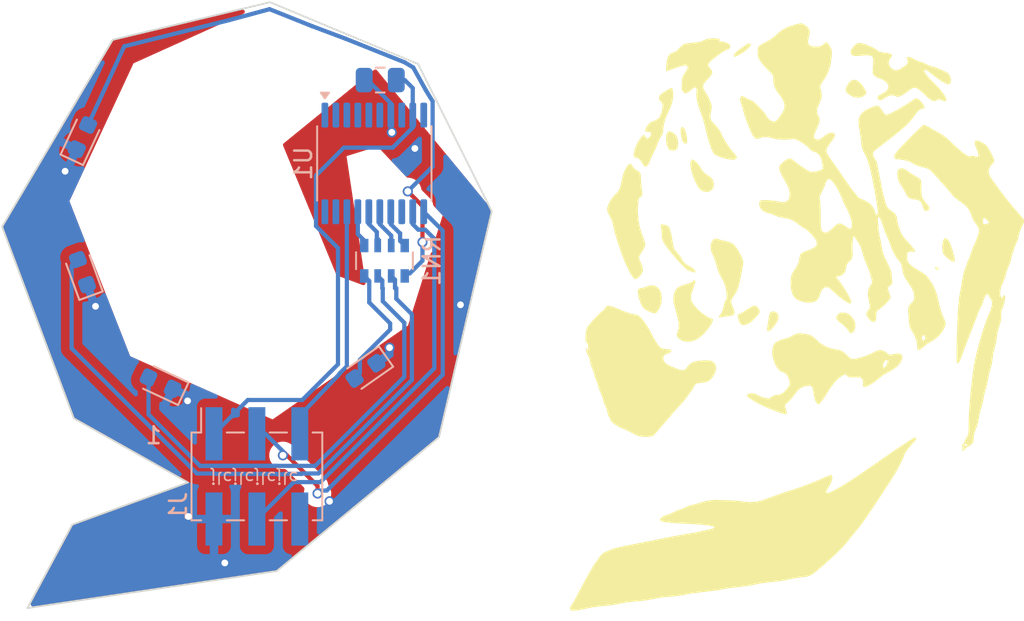
<source format=kicad_pcb>
(kicad_pcb (version 20241229) (generator "pcbnew") (generator_version "9.0")
  (layers (0 "F.Cu" signal) (2 "B.Cu" signal) (13 "F.Paste" user) (15 "B.Paste" user) (5 "F.SilkS" user "F.Silkscreen") (7 "B.SilkS" user "B.Silkscreen") (1 "F.Mask" user) (3 "B.Mask" user) (25 "Edge.Cuts" user))
  (net 0 "")
  (net 1 "VCC")
  (net 2 "VSS")
  (net 3 "Net-(D2-A)")
  (net 4 "Net-(D4-A)")
  (net 5 "Net-(D6-A)")
  (net 6 "Net-(D8-A)")
  (net 7 "SDA")
  (net 8 "SWIO")
  (net 9 "SCL")
  (net 11 "B")
  (net 12 "A")
  (net 13 "D")
  (net 14 "C")
  (footprint "LOGO" (layer "F.Cu") (at 112.14 93.7)
    (property "Reference" "G***" (hide yes))
    (property "Value" "LOGO" (hide yes))
  )
  (footprint "LOGO" (layer "F.Cu") (at 112.14 93.7)
    (property "Reference" "G***" (hide yes))
    (property "Value" "LOGO" (hide yes))
  )
  (footprint "LOGO" (layer "F.Cu") (at 143.85 94.15)
    (property "Reference" "G***" (hide yes))
    (property "Value" "LOGO" (hide yes))
  )
  (footprint "Connector_PinHeader_2.54mm:PinHeader_2x03_P2.54mm_Vertical_SMD" (layer "B.Cu") (at 113.2 103.675 -90)
    (property "Reference" "J1" (at 1.775 4.66 90) (layer "B.SilkS") (effects (justify mirror)))
    (property "Value" "Conn_02x03_Odd_Even")
    (pad "1" smd rect (at -2.525 2.54 270) (size 3.15 1) (layers "B.Cu" "B.Mask" "B.Paste") (net 1 "VCC"))
    (pad "2" smd rect (at 2.525 2.54 270) (size 3.15 1) (layers "B.Cu" "B.Mask" "B.Paste") (net 2 "VSS"))
    (pad "3" smd rect (at -2.525 0 270) (size 3.15 1) (layers "B.Cu" "B.Mask" "B.Paste") (net 7 "SDA"))
    (pad "4" smd rect (at 2.525 0 270) (size 3.15 1) (layers "B.Cu" "B.Mask" "B.Paste") (net 9 "SCL"))
    (pad "5" smd rect (at -2.525 -2.54 270) (size 3.15 1) (layers "B.Cu" "B.Mask" "B.Paste") (net 8 "SWIO"))
    (pad "6" smd rect (at 2.525 -2.54 270) (size 3.15 1) (layers "B.Cu" "B.Mask" "B.Paste"))
  )
  (footprint "LED_SMD:LED_0603_1608Metric" (layer "B.Cu") (at 102.875 83.575 65)
    (property "Reference" "D2" (hide yes))
    (property "Value" "LED_Small")
    (pad "1" smd roundrect (at -0.787499 -0.000001 65) (size 0.875 0.95) (layers "B.Cu" "B.Mask" "B.Paste") (net 2 "VSS"))
    (pad "2" smd roundrect (at 0.787499 0.000001 65) (size 0.875 0.95) (layers "B.Cu" "B.Mask" "B.Paste") (net 3 "Net-(D2-A)"))
  )
  (footprint "LED_SMD:LED_0603_1608Metric" (layer "B.Cu") (at 119.625 97.425 -145)
    (property "Reference" "D8" (hide yes))
    (property "Value" "LED_Small")
    (pad "1" smd roundrect (at -0.787501 0 215) (size 0.875 0.95) (layers "B.Cu" "B.Mask" "B.Paste") (net 2 "VSS"))
    (pad "2" smd roundrect (at 0.787501 0 215) (size 0.875 0.95) (layers "B.Cu" "B.Mask" "B.Paste") (net 6 "Net-(D8-A)"))
  )
  (footprint "LED_SMD:LED_0603_1608Metric" (layer "B.Cu") (at 107.5 98.15 155)
    (property "Reference" "D6" (hide yes))
    (property "Value" "LED_Small")
    (pad "1" smd roundrect (at -0.7875 0 155) (size 0.875 0.95) (layers "B.Cu" "B.Mask" "B.Paste") (net 2 "VSS"))
    (pad "2" smd roundrect (at 0.7875 0 155) (size 0.875 0.95) (layers "B.Cu" "B.Mask" "B.Paste") (net 5 "Net-(D6-A)"))
  )
  (footprint "LED_SMD:LED_0603_1608Metric" (layer "B.Cu") (at 102.875 91.575 110)
    (property "Reference" "D4" (hide yes))
    (property "Value" "LED_Small")
    (pad "1" smd roundrect (at -0.787501 0 110) (size 0.875 0.95) (layers "B.Cu" "B.Mask" "B.Paste") (net 2 "VSS"))
    (pad "2" smd roundrect (at 0.787501 0 110) (size 0.875 0.95) (layers "B.Cu" "B.Mask" "B.Paste") (net 4 "Net-(D4-A)"))
  )
  (footprint "Resistor_SMD:R_Array_Convex_4x0603" (layer "B.Cu") (at 120.75 90.9 90)
    (property "Reference" "RN1" (at -0.000001 2.800001 90) (layer "B.SilkS") (effects (justify mirror)))
    (property "Value" "330")
    (pad "1" smd rect (at -0.900001 1.2 90) (size 0.8 0.5) (layers "B.Cu" "B.Mask" "B.Paste") (net 3 "Net-(D2-A)"))
    (pad "2" smd rect (at -0.899999 0.399999 90) (size 0.8 0.4) (layers "B.Cu" "B.Mask" "B.Paste") (net 4 "Net-(D4-A)"))
    (pad "3" smd rect (at -0.9 -0.4 90) (size 0.8 0.4) (layers "B.Cu" "B.Mask" "B.Paste") (net 5 "Net-(D6-A)"))
    (pad "4" smd rect (at -0.899999 -1.2 90) (size 0.8 0.5) (layers "B.Cu" "B.Mask" "B.Paste") (net 6 "Net-(D8-A)"))
    (pad "5" smd rect (at 0.900001 -1.2 90) (size 0.8 0.5) (layers "B.Cu" "B.Mask" "B.Paste") (net 13 "D"))
    (pad "6" smd rect (at 0.899999 -0.399999 90) (size 0.8 0.4) (layers "B.Cu" "B.Mask" "B.Paste") (net 14 "C"))
    (pad "7" smd rect (at 0.9 0.4 90) (size 0.8 0.4) (layers "B.Cu" "B.Mask" "B.Paste") (net 11 "B"))
    (pad "8" smd rect (at 0.899999 1.2 90) (size 0.8 0.5) (layers "B.Cu" "B.Mask" "B.Paste") (net 12 "A"))
  )
  (footprint "Package_SO:TSSOP-20_4.4x6.5mm_P0.65mm" (layer "B.Cu") (at 120.15 85.1375 -90)
    (property "Reference" "U1" (at 0 4.2 90) (layer "B.SilkS") (effects (justify mirror)))
    (property "Value" "CH32V003FxPx")
    (pad "1" smd roundrect (at -2.8625 2.925 270) (size 1.475 0.4) (layers "B.Cu" "B.Mask" "B.Paste"))
    (pad "2" smd roundrect (at -2.8625 2.275 270) (size 1.475 0.4) (layers "B.Cu" "B.Mask" "B.Paste"))
    (pad "3" smd roundrect (at -2.8625 1.625 270) (size 1.475 0.4) (layers "B.Cu" "B.Mask" "B.Paste"))
    (pad "4" smd roundrect (at -2.8625 0.975 270) (size 1.475 0.4) (layers "B.Cu" "B.Mask" "B.Paste"))
    (pad "5" smd roundrect (at -2.8625 0.325 270) (size 1.475 0.4) (layers "B.Cu" "B.Mask" "B.Paste"))
    (pad "6" smd roundrect (at -2.8625 -0.325 270) (size 1.475 0.4) (layers "B.Cu" "B.Mask" "B.Paste"))
    (pad "7" smd roundrect (at -2.8625 -0.975 270) (size 1.475 0.4) (layers "B.Cu" "B.Mask" "B.Paste") (net 2 "VSS"))
    (pad "8" smd roundrect (at -2.8625 -1.625 270) (size 1.475 0.4) (layers "B.Cu" "B.Mask" "B.Paste"))
    (pad "9" smd roundrect (at -2.8625 -2.275 270) (size 1.475 0.4) (layers "B.Cu" "B.Mask" "B.Paste") (net 1 "VCC"))
    (pad "10" smd roundrect (at -2.8625 -2.925 270) (size 1.475 0.4) (layers "B.Cu" "B.Mask" "B.Paste"))
    (pad "11" smd roundrect (at 2.8625 -2.925 270) (size 1.475 0.4) (layers "B.Cu" "B.Mask" "B.Paste") (net 7 "SDA"))
    (pad "12" smd roundrect (at 2.8625 -2.275 270) (size 1.475 0.4) (layers "B.Cu" "B.Mask" "B.Paste") (net 9 "SCL"))
    (pad "13" smd roundrect (at 2.8625 -1.625 270) (size 1.475 0.4) (layers "B.Cu" "B.Mask" "B.Paste"))
    (pad "14" smd roundrect (at 2.8625 -0.975 270) (size 1.475 0.4) (layers "B.Cu" "B.Mask" "B.Paste") (net 12 "A"))
    (pad "15" smd roundrect (at 2.8625 -0.325 270) (size 1.475 0.4) (layers "B.Cu" "B.Mask" "B.Paste") (net 11 "B"))
    (pad "16" smd roundrect (at 2.8625 0.325 270) (size 1.475 0.4) (layers "B.Cu" "B.Mask" "B.Paste") (net 14 "C"))
    (pad "17" smd roundrect (at 2.8625 0.975 270) (size 1.475 0.4) (layers "B.Cu" "B.Mask" "B.Paste") (net 13 "D"))
    (pad "18" smd roundrect (at 2.8625 1.625 270) (size 1.475 0.4) (layers "B.Cu" "B.Mask" "B.Paste") (net 8 "SWIO"))
    (pad "19" smd roundrect (at 2.8625 2.275 270) (size 1.475 0.4) (layers "B.Cu" "B.Mask" "B.Paste"))
    (pad "20" smd roundrect (at 2.8625 2.925 270) (size 1.475 0.4) (layers "B.Cu" "B.Mask" "B.Paste"))
  )
  (footprint "Capacitor_SMD:C_0805_2012Metric" (layer "B.Cu") (at 120.5 80.2)
    (property "Reference" "C1" (hide yes))
    (property "Value" "C_Small")
    (pad "1" smd roundrect (at -0.95 0) (size 1 1.45) (layers "B.Cu" "B.Mask" "B.Paste") (net 2 "VSS"))
    (pad "2" smd roundrect (at 0.95 0) (size 1 1.45) (layers "B.Cu" "B.Mask" "B.Paste") (net 1 "VCC"))
  )
  (gr_line (start 127.100213 87.968868) (end 123.978765 101.349474) (stroke (width 0.1)) (layer "Edge.Cuts"))
  (gr_line (start 102.2743 106.531077) (end 109.120675 104.033918) (stroke (width 0.1)) (layer "Edge.Cuts"))
  (gr_line (start 102.367943 100.236158) (end 98.122774 88.884492) (stroke (width 0.1)) (layer "Edge.Cuts"))
  (gr_line (start 104.667409 77.813758) (end 113.979728 75.587126) (stroke (width 0.1)) (layer "Edge.Cuts"))
  (gr_line (start 113.979728 75.587126) (end 122.740591 79.249624) (stroke (width 0.1)) (layer "Edge.Cuts"))
  (gr_line (start 122.740591 79.249624) (end 127.100213 87.968868) (stroke (width 0.1)) (layer "Edge.Cuts"))
  (gr_line (start 99.621069 111.473369) (end 102.2743 106.531077) (stroke (width 0.1)) (layer "Edge.Cuts"))
  (gr_line (start 123.978765 101.349474) (end 114.375112 109.277949) (stroke (width 0.1)) (layer "Edge.Cuts"))
  (gr_line (start 114.375112 109.277949) (end 99.621069 111.473369) (stroke (width 0.1)) (layer "Edge.Cuts"))
  (gr_line (start 109.120675 104.033918) (end 109.120675 104.033918) (stroke (width 0.1)) (layer "Edge.Cuts"))
  (gr_line (start 98.122774 88.884492) (end 104.667409 77.813758) (stroke (width 0.1)) (layer "Edge.Cuts"))
  (gr_line (start 109.120675 104.033918) (end 102.367943 100.236158) (stroke (width 0.1)) (layer "Edge.Cuts"))
  (gr_text "1" (at 107.09 101.25 0) (layer "B.SilkS") (effects (font (size 1 1)) (justify mirror)))
  (gr_text "jlcjlcjlcjlc" (at 113.06 103.76 180) (layer "B.SilkS") (effects (font (size 0.7 0.7) (thickness 0.1)) (justify mirror)))
  (segment (start 122.425 80.675) (end 121.95 80.2) (width 0.25) (layer "B.Cu") (net 1))
  (segment (start 118.35 84.2) (end 121.237499 84.2) (width 0.25) (layer "B.Cu") (net 1))
  (segment (start 110.66 101.15) (end 112.66 99.15) (width 0.25) (layer "B.Cu") (net 1))
  (segment (start 118 90.15) (end 116.699 88.849) (width 0.25) (layer "B.Cu") (net 1))
  (segment (start 121.95 80.2) (end 121.45 80.2) (width 0.25) (layer "B.Cu") (net 1))
  (segment (start 116.699 88.849) (end 116.699 85.851) (width 0.25) (layer "B.Cu") (net 1))
  (segment (start 116.699 85.851) (end 118.35 84.2) (width 0.25) (layer "B.Cu") (net 1))
  (segment (start 122.425 82.275) (end 122.425 80.675) (width 0.25) (layer "B.Cu") (net 1))
  (segment (start 115.885795 99.15) (end 118 97.035796) (width 0.25) (layer "B.Cu") (net 1))
  (segment (start 122.425 83.012499) (end 122.425 82.275) (width 0.25) (layer "B.Cu") (net 1))
  (segment (start 121.237499 84.2) (end 122.425 83.012499) (width 0.25) (layer "B.Cu") (net 1))
  (segment (start 118 97.035796) (end 118 90.15) (width 0.25) (layer "B.Cu") (net 1))
  (segment (start 112.66 99.15) (end 115.885795 99.15) (width 0.25) (layer "B.Cu") (net 1))
  (via (at 121.185492 83.297412) (size 0.6) (drill 0.4) (layers "F.Cu" "B.Cu") (net 2))
  (via (at 103.65 93.6) (size 0.6) (drill 0.4) (layers "F.Cu" "B.Cu") (net 2))
  (via (at 122.55 84.25) (size 0.6) (drill 0.4) (layers "F.Cu" "B.Cu") (net 2))
  (via (at 101.85 85.6) (size 0.6) (drill 0.4) (layers "F.Cu" "B.Cu") (net 2))
  (via (at 109.15 106.05) (size 0.6) (drill 0.4) (layers "F.Cu" "B.Cu") (net 2))
  (via (at 121.05 96.05) (size 0.6) (drill 0.4) (layers "F.Cu" "B.Cu") (net 2))
  (via (at 109.1 99.2) (size 0.6) (drill 0.4) (layers "F.Cu" "B.Cu") (net 2))
  (via (at 111.3 108.8) (size 0.6) (drill 0.4) (layers "F.Cu" "B.Cu") (net 2))
  (via (at 117.5 105.15) (size 0.6) (drill 0.4) (layers "F.Cu" "B.Cu") (net 2))
  (via (at 125.25 93.510174) (size 0.6) (drill 0.4) (layers "F.Cu" "B.Cu") (net 2))
  (segment (start 121.125 81.575) (end 119.75 80.2) (width 0.25) (layer "B.Cu") (net 2))
  (segment (start 121.125 83.23692) (end 121.185492 83.297412) (width 0.25) (layer "B.Cu") (net 2))
  (segment (start 121.125 82.275) (end 121.125 83.23692) (width 0.25) (layer "B.Cu") (net 2))
  (segment (start 121.125 82.275) (end 121.125 81.575) (width 0.25) (layer "B.Cu") (net 2))
  (segment (start 119.75 80.2) (end 119.55 80.2) (width 0.25) (layer "B.Cu") (net 2))
  (segment (start 123 87.661446) (end 122.131363 86.792809) (width 0.25) (layer "F.Cu") (net 3))
  (segment (start 123 89.8) (end 123 87.661446) (width 0.25) (layer "F.Cu") (net 3))
  (via (at 123 89.8) (size 0.6) (drill 0.4) (layers "F.Cu" "B.Cu") (net 3))
  (via (at 122.131363 86.792809) (size 0.6) (drill 0.4) (layers "F.Cu" "B.Cu") (net 3))
  (segment (start 111.55 76.65) (end 113.95 76) (width 0.25) (layer "B.Cu") (net 3))
  (segment (start 123.601 85.323172) (end 122.131363 86.792809) (width 0.25) (layer "B.Cu") (net 3))
  (segment (start 123 89.904122) (end 123 89.8) (width 0.25) (layer "B.Cu") (net 3))
  (segment (start 122.1 91.650001) (end 122.25 91.650001) (width 0.25) (layer "B.Cu") (net 3))
  (segment (start 121.945514 79.149) (end 122.45 79.45) (width 0.25) (layer "B.Cu") (net 3))
  (segment (start 123.2 80.8) (end 123.601 81.458274) (width 0.25) (layer "B.Cu") (net 3))
  (segment (start 122.45 79.45) (end 123.2 80.8) (width 0.25) (layer "B.Cu") (net 3))
  (segment (start 103.207812 82.861284) (end 105.35 78.2) (width 0.25) (layer "B.Cu") (net 3))
  (segment (start 123 90.25) (end 123 89.904122) (width 0.25) (layer "B.Cu") (net 3))
  (segment (start 118.45 77.75) (end 121.945514 79.149) (width 0.25) (layer "B.Cu") (net 3))
  (segment (start 113.95 76) (end 116.45 77) (width 0.25) (layer "B.Cu") (net 3))
  (segment (start 116.45 77) (end 118.45 77.75) (width 0.25) (layer "B.Cu") (net 3))
  (segment (start 123 90.900001) (end 123 90.25) (width 0.25) (layer "B.Cu") (net 3))
  (segment (start 121.95 91.800001) (end 122.1 91.650001) (width 0.25) (layer "B.Cu") (net 3))
  (segment (start 105.35 78.2) (end 111.55 76.65) (width 0.25) (layer "B.Cu") (net 3))
  (segment (start 122.25 91.650001) (end 123 90.900001) (width 0.25) (layer "B.Cu") (net 3))
  (segment (start 123.601 81.458274) (end 123.601 85.323172) (width 0.25) (layer "B.Cu") (net 3))
  (segment (start 110.7 103.503) (end 109.646776 103.503) (width 0.25) (layer "B.Cu") (net 4))
  (segment (start 114.388604 103.525) (end 114.413604 103.55) (width 0.25) (layer "B.Cu") (net 4))
  (segment (start 122.375 97.961396) (end 122.375 94.075) (width 0.25) (layer "B.Cu") (net 4))
  (segment (start 114.413604 103.55) (end 114.786396 103.55) (width 0.25) (layer "B.Cu") (net 4))
  (segment (start 121.374 92.024) (end 121.149999 91.799999) (width 0.25) (layer "B.Cu") (net 4))
  (segment (start 121.449999 93.149999) (end 121.449999 92.526001) (width 0.25) (layer "B.Cu") (net 4))
  (segment (start 116.835396 103.501) (end 122.375 97.961396) (width 0.25) (layer "B.Cu") (net 4))
  (segment (start 102.235062 96.091286) (end 102.235062 91.205588) (width 0.25) (layer "B.Cu") (net 4))
  (segment (start 122.375 94.075) (end 121.449999 93.149999) (width 0.25) (layer "B.Cu") (net 4))
  (segment (start 109.646776 103.503) (end 102.235062 96.091286) (width 0.25) (layer "B.Cu") (net 4))
  (segment (start 102.235062 91.205588) (end 102.605659 90.834991) (width 0.25) (layer "B.Cu") (net 4))
  (segment (start 110.75 103.525) (end 114.388604 103.525) (width 0.25) (layer "B.Cu") (net 4))
  (segment (start 114.811396 103.525) (end 115.852206 103.525) (width 0.25) (layer "B.Cu") (net 4))
  (segment (start 121.449999 92.526001) (end 121.374 92.526001) (width 0.25) (layer "B.Cu") (net 4))
  (segment (start 115.852206 103.525) (end 115.876206 103.501) (width 0.25) (layer "B.Cu") (net 4))
  (segment (start 115.876206 103.501) (end 116.835396 103.501) (width 0.25) (layer "B.Cu") (net 4))
  (segment (start 114.786396 103.55) (end 114.811396 103.525) (width 0.25) (layer "B.Cu") (net 4))
  (segment (start 121.374 92.526001) (end 121.374 92.024) (width 0.25) (layer "B.Cu") (net 4))
  (segment (start 121.924 97.776) (end 121.924 94.574) (width 0.25) (layer "B.Cu") (net 5))
  (segment (start 114.35 103.051) (end 109.834 103.051) (width 0.25) (layer "B.Cu") (net 5))
  (segment (start 120.65 92.525999) (end 120.623999 92.525999) (width 0.25) (layer "B.Cu") (net 5))
  (segment (start 106.786283 97.817188) (end 106.786283 100.003283) (width 0.25) (layer "B.Cu") (net 5))
  (segment (start 111.651 103.051) (end 109.834 103.051) (width 0.25) (layer "B.Cu") (net 5))
  (segment (start 114.35 103.051) (end 111.651 103.051) (width 0.25) (layer "B.Cu") (net 5))
  (segment (start 120.65 93.3) (end 120.65 92.525999) (width 0.25) (layer "B.Cu") (net 5))
  (segment (start 120.623999 92.073999) (end 120.35 91.8) (width 0.25) (layer "B.Cu") (net 5))
  (segment (start 106.786283 100.003283) (end 109.834 103.051) (width 0.25) (layer "B.Cu") (net 5))
  (segment (start 116.649 103.051) (end 121.924 97.776) (width 0.25) (layer "B.Cu") (net 5))
  (segment (start 121.924 94.574) (end 120.65 93.3) (width 0.25) (layer "B.Cu") (net 5))
  (segment (start 114.35 103.051) (end 116.649 103.051) (width 0.25) (layer "B.Cu") (net 5))
  (segment (start 120.623999 92.525999) (end 120.623999 92.073999) (width 0.25) (layer "B.Cu") (net 5))
  (segment (start 119.85 92.099999) (end 119.55 91.799999) (width 0.25) (layer "B.Cu") (net 6))
  (segment (start 119.85 93.375) (end 119.85 92.099999) (width 0.25) (layer "B.Cu") (net 6))
  (segment (start 118.979917 97.876692) (end 119.294048 97.562561) (width 0.25) (layer "B.Cu") (net 6))
  (segment (start 121.086802 94.975) (end 121.086802 94.611802) (width 0.25) (layer "B.Cu") (net 6))
  (segment (start 121.086802 94.611802) (end 119.85 93.375) (width 0.25) (layer "B.Cu") (net 6))
  (segment (start 119.294048 97.562561) (end 119.294048 96.767754) (width 0.25) (layer "B.Cu") (net 6))
  (segment (start 119.294048 96.767754) (end 121.086802 94.975) (width 0.25) (layer "B.Cu") (net 6))
  (segment (start 114.976 102.426) (end 116.790002 104.240002) (width 0.25) (layer "F.Cu") (net 7))
  (segment (start 114.74 102.426) (end 114.976 102.426) (width 0.25) (layer "F.Cu") (net 7))
  (segment (start 116.790002 104.240002) (end 116.790002 104.686532) (width 0.25) (layer "F.Cu") (net 7))
  (via (at 114.74 102.426) (size 0.6) (drill 0.4) (layers "F.Cu" "B.Cu") (net 7))
  (via (at 116.790002 104.686532) (size 0.6) (drill 0.4) (layers "F.Cu" "B.Cu") (net 7))
  (segment (start 116.963466 104.513068) (end 116.790002 104.686532) (width 0.25) (layer "B.Cu") (net 7))
  (segment (start 114.74 102.19) (end 113.7 101.15) (width 0.25) (layer "B.Cu") (net 7))
  (segment (start 113.7 101.15) (end 113.2 101.15) (width 0.25) (layer "B.Cu") (net 7))
  (segment (start 113.2 101.15) (end 113.2 100.075) (width 0.25) (layer "B.Cu") (net 7))
  (segment (start 114.74 102.426) (end 114.74 102.19) (width 0.25) (layer "B.Cu") (net 7))
  (segment (start 124.2 97.65) (end 117.336932 104.513068) (width 0.25) (layer "B.Cu") (net 7))
  (segment (start 124.2 89.125) (end 124.2 97.65) (width 0.25) (layer "B.Cu") (net 7))
  (segment (start 123.075 88) (end 124.2 89.125) (width 0.25) (layer "B.Cu") (net 7))
  (segment (start 117.336932 104.513068) (end 116.963466 104.513068) (width 0.25) (layer "B.Cu") (net 7))
  (segment (start 115.74 101.15) (end 115.74 100.075) (width 0.25) (layer "B.Cu") (net 8))
  (segment (start 115.74 100.075) (end 118.05 97.65) (width 0.25) (layer "B.Cu") (net 8))
  (segment (start 118.108101 97.566919) (end 118.525 97.15002) (width 0.25) (layer "B.Cu") (net 8))
  (segment (start 118.05 97.65) (end 118.108101 97.566919) (width 0.25) (layer "B.Cu") (net 8))
  (segment (start 118.525 97.15002) (end 118.525 88) (width 0.25) (layer "B.Cu") (net 8))
  (segment (start 122.425 88.737499) (end 122.425 88) (width 0.25) (layer "B.Cu") (net 9))
  (segment (start 123.7 89.6) (end 123.1635 89.0635) (width 0.25) (layer "B.Cu") (net 9))
  (segment (start 123.1635 89.0635) (end 122.751001 89.0635) (width 0.25) (layer "B.Cu") (net 9))
  (segment (start 116.96126 104.011532) (end 123.7 97.272792) (width 0.25) (layer "B.Cu") (net 9))
  (segment (start 123.7 97.272792) (end 123.7 89.6) (width 0.25) (layer "B.Cu") (net 9))
  (segment (start 122.751001 89.0635) (end 122.425 88.737499) (width 0.25) (layer "B.Cu") (net 9))
  (segment (start 113.2 106.2) (end 115.388468 104.011532) (width 0.25) (layer "B.Cu") (net 9))
  (segment (start 115.388468 104.011532) (end 116.96126 104.011532) (width 0.25) (layer "B.Cu") (net 9))
  (segment (start 121.15 90) (end 121.15 89.412499) (width 0.25) (layer "B.Cu") (net 11))
  (segment (start 121.15 89.412499) (end 120.475 88.737499) (width 0.25) (layer "B.Cu") (net 11))
  (segment (start 120.475 88.737499) (end 120.475 88) (width 0.25) (layer "B.Cu") (net 11))
  (segment (start 121.125 88.737499) (end 121.661501 89.274) (width 0.25) (layer "B.Cu") (net 12))
  (segment (start 121.125 88) (end 121.125 88.737499) (width 0.25) (layer "B.Cu") (net 12))
  (segment (start 121.676 89.274) (end 121.676 89.726001) (width 0.25) (layer "B.Cu") (net 12))
  (segment (start 121.661501 89.274) (end 121.676 89.274) (width 0.25) (layer "B.Cu") (net 12))
  (segment (start 121.676 89.726001) (end 121.95 90.000001) (width 0.25) (layer "B.Cu") (net 12))
  (segment (start 119.175 89.324999) (end 119.175 88) (width 0.25) (layer "B.Cu") (net 13))
  (segment (start 119.55 89.999999) (end 119.55 89.699999) (width 0.25) (layer "B.Cu") (net 13))
  (segment (start 119.55 89.699999) (end 119.175 89.324999) (width 0.25) (layer "B.Cu") (net 13))
  (segment (start 120.3 89.55) (end 120.3 89.200309) (width 0.25) (layer "B.Cu") (net 14))
  (segment (start 119.825 88.725309) (end 119.825 88) (width 0.25) (layer "B.Cu") (net 14))
  (segment (start 120.350001 90.000001) (end 120.350001 89.600001) (width 0.25) (layer "B.Cu") (net 14))
  (segment (start 120.350001 89.600001) (end 120.3 89.55) (width 0.25) (layer "B.Cu") (net 14))
  (segment (start 120.3 89.200309) (end 119.825 88.725309) (width 0.25) (layer "B.Cu") (net 14))
  (zone (net 2) (net_name "VSS") (layers "F.Cu" "B.Cu") (priority 1) (connect_pads (clearance 0.508)) (min_thickness 0.25) (fill yes (thermal_gap 0.5) (thermal_bridge_width 0.5))
    (polygon (pts (xy 114.000498 75.550365) (xy 104.602158 77.717442) (xy 97.996202 88.891793) (xy 102.261293 100.251526) (xy 108.729308 104.012929) (xy 102.2571 106.453903) (xy 99.44 111.620996) (xy 114.42792 109.392868) (xy 124.055857 101.465142) (xy 127.218449 88.006365) (xy 120.225655 79.520771) (xy 114.716711 84.001107) (xy 117.9185 91.767178) (xy 119.662248 92.414863) (xy 118.50544 84.705538) (xy 120.338583 84.132462) (xy 124.194344 88.217833) (xy 122.144724 94.737167) (xy 114.128849 100.298444) (xy 105.700251 96.5575) (xy 102.104766 87.371167) (xy 105.89917 79.206972)))
  )
  (zone (net 1) (net_name "VCC") (layer "B.Cu") (connect_pads (clearance 0.508)) (min_thickness 0.254) (fill yes (thermal_gap 0.508) (thermal_bridge_width 0.508))
    (polygon (pts (xy 124.5 88.14) (xy 127.08 88.05) (xy 123.98 101.34) (xy 114.38 109.29) (xy 99.63 111.47) (xy 102.27 106.53) (xy 109.11 104.04) (xy 102.36 100.23) (xy 98.12 88.88) (xy 104.67 77.82) (xy 113.42 75.71) (xy 105.7 79.02) (xy 101.83 87.35) (xy 105.49 96.75) (xy 114.18 100.66) (xy 122.33 94.94)))
  )
)
</source>
